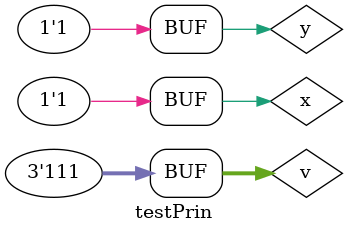
<source format=v>
module MUX (output s1,input e1,input e2,input e3,
input e4,input e5,input e6,input e7, input e8,
input [2:0] c1);
  
wire temp1,temp2,temp3,temp4,temp5,temp6,temp7,temp8;
wire notc0,notc1,notc2;

not NOT1 (notc0,c1[0]);
not NOT2 (notc1,c1[1]);
not NOT3 (notc2,c1[2]);
and AND1 (temp1,e1,notc0,notc1,notc2);
and AND2 (temp2,e2,c1[0],notc1,notc2);
and AND3 (temp3,e3,notc0,c1[1],notc2);
and AND4 (temp4,e4,c1[0],c1[1],notc2);
and AND5 (temp5,e5,notc0,notc1,c1[2]);
and AND6 (temp6,e6,c1[0],notc1,c1[2]);
and AND7 (temp7,e7,notc0,c1[1],c1[2]);
and AND8 (temp8,e8,c1[0],c1[1],c1[2]);

or OR1 (s1,temp1,temp2,temp3,temp4,temp5,temp6,temp7,temp8);

endmodule//MUX

module Prin (output s,input a,input b,input [2:0] CH);

wire e1,e2,e3,e4,e5,e6,e7,e8,c1;

not NOT4 (e1,b);
or OR2 (e2,a,b);
nor NOR1 (e3,a,b);
and AND9 (e4,a,b);
nand NAND1 (e5,a,b);
xor XOR1 (e6,a,b);
xnor XNOR1 (e7,a,b);
not NOT5 (e8,a);
MUX selec (s,e1,e2,e3,e4,e5,e6,e7,e8,CH);
endmodule//Prin

module testPrin;
// ------------------------- definir dados 
reg  x,y;
reg [2:0] v;
wire s,z; 
Prin modulo1 ( s, x, y, v);
// ------------------------- parte principal 
initial begin 
$display("Exemplo0035 - Filipe Viana de Miranda - 446415"); 
$display("Test LU's module"); 
x = 'b0; y = 'b0;v= 3'b000; 
// projetar testes do modulo 
$display("\na b CH s");
#1 $monitor("%b %b %3b %b",x,y,v,s);
#1 x='b0;y ='b1; v= 3'b000;  
#1 x='b1;y ='b0; v= 3'b000;
#1 x='b1;y ='b1; v= 3'b000;

#1 x='b0;y ='b0; v= 3'b001; 
#1 x='b0;y ='b1; v= 3'b001;  
#1 x='b1;y ='b0; v= 3'b001;
#1 x='b1;y ='b1; v= 3'b001;

#1 x='b0;y ='b0; v= 3'b010; 
#1 x='b0;y ='b1; v= 3'b010;  
#1 x='b1;y ='b0; v= 3'b010;
#1 x='b1;y ='b1; v= 3'b010;

#1 x='b0;y ='b0; v= 3'b011; 
#1 x='b0;y ='b1; v= 3'b011;  
#1 x='b1;y ='b0; v= 3'b011;
#1 x='b1;y ='b1; v= 3'b011;

#1 x='b0;y ='b0; v= 3'b100; 
#1 x='b0;y ='b1; v= 3'b100;  
#1 x='b1;y ='b0; v= 3'b100;
#1 x='b1;y ='b1; v= 3'b100;

#1 x='b0;y ='b0; v= 3'b101; 
#1 x='b0;y ='b1; v= 3'b101;  
#1 x='b1;y ='b0; v= 3'b101;
#1 x='b1;y ='b1; v= 3'b101;

#1 x='b0;y ='b0; v= 3'b110; 
#1 x='b0;y ='b1; v= 3'b110;  
#1 x='b1;y ='b0; v= 3'b110;
#1 x='b1;y ='b1; v= 3'b110;

#1 x='b0;y ='b0; v= 3'b111; 
#1 x='b0;y ='b1; v= 3'b111;  
#1 x='b1;y ='b0; v= 3'b111;
#1 x='b1;y ='b1; v= 3'b111;

end 
endmodule // test_f4 
</source>
